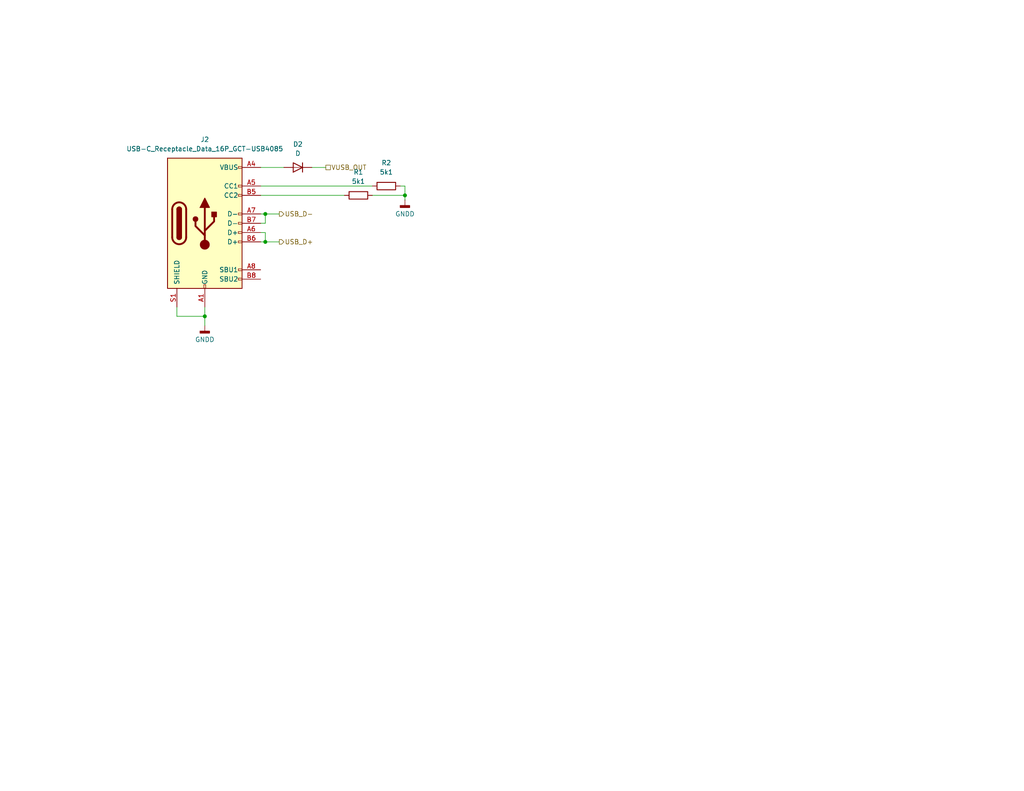
<source format=kicad_sch>
(kicad_sch (version 20231120) (generator "eeschema") (generator_version "8.0")
  (paper "USLetter")
  (title_block (title "ESP32-C3 Breadboard Adapter."))
  (lib_symbols
    (symbol "Alexander Symbol Library:USB-C_Receptacle_Data_16P_GCT-USB4085" (pin_names (offset 1.016))
      (property "Reference" "J" (at 0 22.225 0))
      (property "Value" "USB-C_Receptacle_Data_16P_GCT-USB4085" (at 0 19.685 0))
      (symbol "USB-C_Receptacle_Data_16P_GCT-USB4085_0_0"
        (rectangle (start -0.254 -17.78) (end 0.254 -16.764))
        (rectangle (start 10.16 -14.986) (end 9.144 -15.494))
        (rectangle (start 10.16 -12.446) (end 9.144 -12.954))
        (rectangle (start 10.16 -4.826) (end 9.144 -5.334))
        (rectangle (start 10.16 -2.286) (end 9.144 -2.794))
        (rectangle (start 10.16 0.254) (end 9.144 -0.254))
        (rectangle (start 10.16 2.794) (end 9.144 2.286))
        (rectangle (start 10.16 7.874) (end 9.144 7.366))
        (rectangle (start 10.16 10.414) (end 9.144 9.906))
        (rectangle (start 10.16 15.494) (end 9.144 14.986))
      )
      (symbol "USB-C_Receptacle_Data_16P_GCT-USB4085_0_1"
        (rectangle (start -10.16 17.78) (end 10.16 -17.78) (stroke (width 0.254)) (fill (type background)))
        (arc (start -8.89 -3.81) (mid -6.985 -5.7067) (end -5.08 -3.81) (stroke (width 0.508)))
        (arc (start -7.62 -3.81) (mid -6.985 -4.4423) (end -6.35 -3.81) (stroke (width 0.254)))
        (arc (start -7.62 -3.81) (mid -6.985 -4.4423) (end -6.35 -3.81) (stroke (width 0.254)) (fill (type outline)))
        (rectangle (start -7.62 -3.81) (end -6.35 3.81) (stroke (width 0.254)) (fill (type outline)))
        (arc (start -6.35 3.81) (mid -6.985 4.4423) (end -7.62 3.81) (stroke (width 0.254)))
        (arc (start -6.35 3.81) (mid -6.985 4.4423) (end -7.62 3.81) (stroke (width 0.254)) (fill (type outline)))
        (arc (start -5.08 3.81) (mid -6.985 5.7067) (end -8.89 3.81) (stroke (width 0.508)))
        (circle (center -2.54 1.143) (radius 0.635) (stroke (width 0.254)) (fill (type outline)))
        (circle (center 0 -5.842) (radius 1.27) (fill (type outline)))
        (polyline (pts (xy -8.89 -3.81) (xy -8.89 3.81)) (stroke (width 0.508)))
        (polyline (pts (xy -5.08 3.81) (xy -5.08 -3.81)) (stroke (width 0.508)))
        (polyline (pts (xy 0 -5.842) (xy 0 4.318)) (stroke (width 0.508)))
        (polyline (pts (xy 0 -3.302) (xy -2.54 -0.762) (xy -2.54 0.508)) (stroke (width 0.508)))
        (polyline (pts (xy 0 -2.032) (xy 2.54 0.508) (xy 2.54 1.778)) (stroke (width 0.508)))
        (polyline (pts (xy -1.27 4.318) (xy 0 6.858) (xy 1.27 4.318) (xy -1.27 4.318)) (stroke (width 0.254)) (fill (type outline)))
        (rectangle (start 1.905 1.778) (end 3.175 3.048) (stroke (width 0.254)) (fill (type outline)))
      )
      (symbol "USB-C_Receptacle_Data_16P_GCT-USB4085_1_1"
        (pin power_in line (at 0 -22.86 90) (length 5.08) (name "GND") (number "A1"))
        (pin power_in line (at 0 -22.86 90) (length 5.08) hide (name "GND") (number "A12"))
        (pin power_out line (at 15.24 15.24 180) (length 5.08) (name "VBUS") (number "A4"))
        (pin bidirectional line (at 15.24 10.16 180) (length 5.08) (name "CC1") (number "A5"))
        (pin bidirectional line (at 15.24 -2.54 180) (length 5.08) (name "D+") (number "A6"))
        (pin bidirectional line (at 15.24 2.54 180) (length 5.08) (name "D-") (number "A7"))
        (pin bidirectional line (at 15.24 -12.7 180) (length 5.08) (name "SBU1") (number "A8"))
        (pin power_out line (at 15.24 15.24 180) (length 5.08) hide (name "VBUS") (number "A9"))
        (pin power_in line (at 0 -22.86 90) (length 5.08) hide (name "GND") (number "B1"))
        (pin power_in line (at 0 -22.86 90) (length 5.08) hide (name "GND") (number "B12"))
        (pin power_out line (at 15.24 15.24 180) (length 5.08) hide (name "VBUS") (number "B4"))
        (pin bidirectional line (at 15.24 7.62 180) (length 5.08) (name "CC2") (number "B5"))
        (pin bidirectional line (at 15.24 -5.08 180) (length 5.08) (name "D+") (number "B6"))
        (pin bidirectional line (at 15.24 0 180) (length 5.08) (name "D-") (number "B7"))
        (pin bidirectional line (at 15.24 -15.24 180) (length 5.08) (name "SBU2") (number "B8"))
        (pin passive line (at 15.24 15.24 180) (length 5.08) hide (name "VBUS") (number "B9"))
        (pin power_in line (at -7.62 -22.86 90) (length 5.08) (name "SHIELD") (number "S1"))
        (pin power_in line (at -7.62 -22.86 90) (length 5.08) hide (name "SHIELD") (number "S2"))
        (pin power_in line (at -7.62 -22.86 90) (length 5.08) hide (name "SHIELD") (number "S3"))
        (pin power_in line (at -7.62 -22.86 90) (length 5.08) hide (name "SHIELD") (number "S4"))
      )
    )
    (symbol "Device:D" (pin_numbers hide) (pin_names (offset 1.016) hide)
      (property "Reference" "D" (at 0 2.54 0))
      (property "Value" "D" (at 0 -2.54 0))
      (symbol "D_0_1"
        (polyline (pts (xy -1.27 1.27) (xy -1.27 -1.27)) (stroke (width 0.254)))
        (polyline (pts (xy 1.27 0) (xy -1.27 0)))
        (polyline (pts (xy 1.27 1.27) (xy 1.27 -1.27) (xy -1.27 0) (xy 1.27 1.27)) (stroke (width 0.254)))
      )
      (symbol "D_1_1"
        (pin passive line (at -3.81 0 0) (length 2.54) (name "K") (number "1"))
        (pin passive line (at 3.81 0 180) (length 2.54) (name "A") (number "2"))
      )
    )
    (symbol "Device:R" (pin_numbers hide) (pin_names (offset 0))
      (property "Reference" "R" (at 2.032 0 90))
      (property "Value" "R" (at 0 0 90))
      (symbol "R_0_1"
        (rectangle (start -1.016 -2.54) (end 1.016 2.54) (stroke (width 0.254)))
      )
      (symbol "R_1_1"
        (pin passive line (at 0 3.81 270) (length 1.27) (name "~") (number "1"))
        (pin passive line (at 0 -3.81 90) (length 1.27) (name "~") (number "2"))
      )
    )
    (symbol "power:GNDD" (power) (pin_numbers hide) (pin_names (offset 0) hide)
      (property "Value" "GNDD" (at 0 -3.175 0))
      (symbol "GNDD_0_1"
        (rectangle (start -1.27 -1.524) (end 1.27 -2.032) (stroke (width 0.254)) (fill (type outline)))
        (polyline (pts (xy 0 0) (xy 0 -1.524)))
      )
      (symbol "GNDD_1_1"
        (pin power_in line (at 0 0 270) (length 0) (name "~") (number "1"))
      )
    )
  )
  (junction (at 72.39 66.04))
  (junction (at 110.49 53.34))
  (junction (at 72.39 58.42))
  (junction (at 55.88 86.36))
  (wire (pts (xy 72.39 58.42) (xy 76.2 58.42)))
  (wire (pts (xy 72.39 66.04) (xy 76.2 66.04)))
  (wire (pts (xy 101.6 53.34) (xy 110.49 53.34)))
  (wire (pts (xy 110.49 53.34) (xy 110.49 54.61)))
  (wire (pts (xy 55.88 83.82) (xy 55.88 86.36)))
  (wire (pts (xy 71.12 58.42) (xy 72.39 58.42)))
  (wire (pts (xy 71.12 50.8) (xy 101.6 50.8)))
  (wire (pts (xy 71.12 63.5) (xy 72.39 63.5)))
  (wire (pts (xy 110.49 50.8) (xy 110.49 53.34)))
  (wire (pts (xy 71.12 45.72) (xy 77.47 45.72)))
  (wire (pts (xy 48.26 86.36) (xy 55.88 86.36)))
  (wire (pts (xy 109.22 50.8) (xy 110.49 50.8)))
  (wire (pts (xy 72.39 63.5) (xy 72.39 66.04)))
  (wire (pts (xy 71.12 60.96) (xy 72.39 60.96)))
  (wire (pts (xy 48.26 83.82) (xy 48.26 86.36)))
  (wire (pts (xy 71.12 66.04) (xy 72.39 66.04)))
  (wire (pts (xy 72.39 60.96) (xy 72.39 58.42)))
  (wire (pts (xy 71.12 53.34) (xy 93.98 53.34)))
  (wire (pts (xy 55.88 86.36) (xy 55.88 88.9)))
  (wire (pts (xy 85.09 45.72) (xy 88.9 45.72)))
  (hierarchical_label "USB_D-" (shape output) (at 76.2 58.42 0))
  (hierarchical_label "VUSB_OUT" (shape passive) (at 88.9 45.72 0))
  (hierarchical_label "USB_D+" (shape output) (at 76.2 66.04 0))
  (symbol (lib_id "Device:R") (at 105.41 50.8 270) (unit 1)
    (property "Reference" "R2" (at 105.41 44.45 90))
    (property "Value" "5k1" (at 105.41 46.99 90))
    (property "Footprint" "Resistor_SMD:R_1206_3216Metric_Pad1.30x1.75mm_HandSolder" (effects (hide yes)))
    (property "Description" "Resistor" (effects (hide yes)))
  )
  (symbol (lib_id "Alexander Symbol Library:USB-C_Receptacle_Data_16P_GCT-USB4085") (at 55.88 60.96 0) (unit 1)
    (property "Reference" "J2" (at 55.88 38.1 0))
    (property "Value" "USB-C_Receptacle_Data_16P_GCT-USB4085" (at 55.88 40.64 0))
    (property "Footprint" "Alexander Footprint Library:USB-C_GCT CONN16_USB4085-GF-A" (effects (hide yes)))
  )
  (symbol (lib_id "power:GNDD") (at 55.88 88.9 0) (unit 1)
    (property "Reference" "#PWR012" (effects (hide yes)))
    (property "Value" "GNDD" (at 55.88 92.71 0))
    (property "Description" "Power symbol creates a global label with name \"GNDD\" , digital ground" (effects (hide yes)))
  )
  (symbol (lib_id "Device:D") (at 81.28 45.72 180) (unit 1)
    (property "Reference" "D2" (at 81.28 39.37 0))
    (property "Value" "D" (at 81.28 41.91 0))
    (property "Footprint" "Diode_SMD:D_1210_3225Metric" (effects (hide yes)))
    (property "Description" "Diode" (effects (hide yes)))
    (property "Sim.Device" "D" (effects (hide yes)))
    (property "Sim.Pins" "1=K 2=A" (effects (hide yes)))
  )
  (symbol (lib_id "Device:R") (at 97.79 53.34 90) (unit 1)
    (property "Reference" "R1" (at 97.79 46.99 90))
    (property "Value" "5k1" (at 97.79 49.53 90))
    (property "Footprint" "Resistor_SMD:R_1206_3216Metric_Pad1.30x1.75mm_HandSolder" (effects (hide yes)))
    (property "Description" "Resistor" (effects (hide yes)))
  )
  (symbol (lib_id "power:GNDD") (at 110.49 54.61 0) (unit 1)
    (property "Reference" "#PWR014" (effects (hide yes)))
    (property "Value" "GNDD" (at 110.49 58.42 0))
    (property "Description" "Power symbol creates a global label with name \"GNDD\" , digital ground" (effects (hide yes)))
  )
)
</source>
